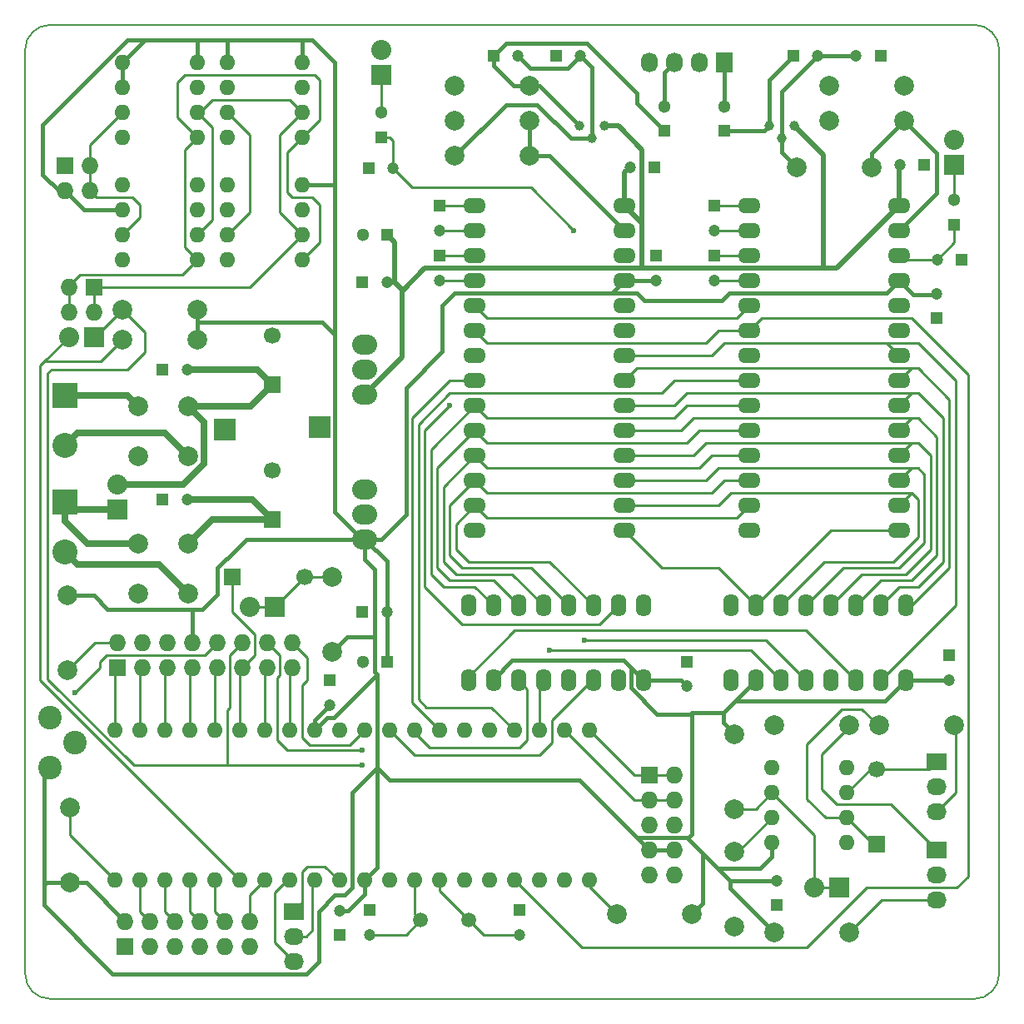
<source format=gbr>
G04 #@! TF.FileFunction,Copper,L1,Top,Signal*
%FSLAX46Y46*%
G04 Gerber Fmt 4.6, Leading zero omitted, Abs format (unit mm)*
G04 Created by KiCad (PCBNEW 4.0.2-4+6225~38~ubuntu14.04.1-stable) date mer. 25 mai 2016 20:53:34 CEST*
%MOMM*%
G01*
G04 APERTURE LIST*
%ADD10C,0.100000*%
%ADD11C,0.150000*%
%ADD12O,2.540000X2.032000*%
%ADD13O,2.300000X1.600000*%
%ADD14R,2.032000X2.032000*%
%ADD15O,2.032000X2.032000*%
%ADD16O,1.600000X1.600000*%
%ADD17C,1.700000*%
%ADD18R,1.700000X1.700000*%
%ADD19R,1.727200X1.727200*%
%ADD20O,1.727200X1.727200*%
%ADD21O,1.600000X2.300000*%
%ADD22R,1.300000X1.300000*%
%ADD23C,1.300000*%
%ADD24C,1.000760*%
%ADD25C,1.998980*%
%ADD26R,1.200000X1.200000*%
%ADD27C,1.200000*%
%ADD28R,2.032000X1.727200*%
%ADD29O,2.032000X1.727200*%
%ADD30C,2.400300*%
%ADD31C,1.501140*%
%ADD32C,1.699260*%
%ADD33R,1.699260X1.699260*%
%ADD34R,1.727200X2.032000*%
%ADD35O,1.727200X2.032000*%
%ADD36R,2.540000X2.540000*%
%ADD37C,2.540000*%
%ADD38R,2.235200X2.235200*%
%ADD39C,2.000000*%
%ADD40C,0.600000*%
%ADD41C,0.250000*%
%ADD42C,0.500000*%
%ADD43C,0.400000*%
%ADD44C,0.700000*%
G04 APERTURE END LIST*
D10*
D11*
X30480000Y-123825000D02*
G75*
G03X33020000Y-126365000I2540000J0D01*
G01*
X33020000Y-126365000D02*
X127000000Y-126365000D01*
X127000000Y-126365000D02*
G75*
G03X129540000Y-123825000I0J2540000D01*
G01*
X129540000Y-29845000D02*
G75*
G03X127000000Y-27305000I-2540000J0D01*
G01*
X33020000Y-27305000D02*
G75*
G03X30480000Y-29845000I0J-2540000D01*
G01*
X129540000Y-123825000D02*
X129540000Y-29845000D01*
X30480000Y-29845000D02*
X30480000Y-123825000D01*
X33020000Y-27305000D02*
X127000000Y-27305000D01*
D12*
X65024000Y-77089000D03*
X65024000Y-79629000D03*
X65024000Y-74549000D03*
D13*
X104140000Y-45720000D03*
X104140000Y-48260000D03*
X104140000Y-50800000D03*
X104140000Y-53340000D03*
X104140000Y-55880000D03*
X104140000Y-58420000D03*
X104140000Y-60960000D03*
X104140000Y-63500000D03*
X104140000Y-66040000D03*
X104140000Y-68580000D03*
X104140000Y-71120000D03*
X104140000Y-73660000D03*
X104140000Y-76200000D03*
X104140000Y-78740000D03*
X119380000Y-78740000D03*
X119380000Y-76200000D03*
X119380000Y-73660000D03*
X119380000Y-71120000D03*
X119380000Y-68580000D03*
X119380000Y-66040000D03*
X119380000Y-63500000D03*
X119380000Y-60960000D03*
X119380000Y-58420000D03*
X119380000Y-55880000D03*
X119380000Y-53340000D03*
X119380000Y-50800000D03*
X119380000Y-48260000D03*
X119380000Y-45720000D03*
D14*
X39878000Y-76581000D03*
D15*
X39878000Y-74041000D03*
D16*
X51054000Y-43561000D03*
X51054000Y-46101000D03*
X51054000Y-48641000D03*
X51054000Y-51181000D03*
X58674000Y-51181000D03*
X58674000Y-48641000D03*
X58674000Y-46101000D03*
X58674000Y-43561000D03*
D17*
X55626000Y-72597000D03*
D18*
X55626000Y-77597000D03*
D17*
X55626000Y-58881000D03*
D18*
X55626000Y-63881000D03*
D14*
X66675000Y-32385000D03*
D15*
X66675000Y-29845000D03*
D19*
X34544000Y-41656000D03*
D20*
X37084000Y-41656000D03*
X34544000Y-44196000D03*
X37084000Y-44196000D03*
D21*
X120015000Y-86360000D03*
X117475000Y-86360000D03*
X114935000Y-86360000D03*
X112395000Y-86360000D03*
X109855000Y-86360000D03*
X107315000Y-86360000D03*
X104775000Y-86360000D03*
X102235000Y-86360000D03*
X102235000Y-93980000D03*
X104775000Y-93980000D03*
X107315000Y-93980000D03*
X109855000Y-93980000D03*
X112395000Y-93980000D03*
X114935000Y-93980000D03*
X117475000Y-93980000D03*
X120015000Y-93980000D03*
D13*
X76200000Y-45720000D03*
X76200000Y-48260000D03*
X76200000Y-50800000D03*
X76200000Y-53340000D03*
X76200000Y-55880000D03*
X76200000Y-58420000D03*
X76200000Y-60960000D03*
X76200000Y-63500000D03*
X76200000Y-66040000D03*
X76200000Y-68580000D03*
X76200000Y-71120000D03*
X76200000Y-73660000D03*
X76200000Y-76200000D03*
X76200000Y-78740000D03*
X91440000Y-78740000D03*
X91440000Y-76200000D03*
X91440000Y-73660000D03*
X91440000Y-71120000D03*
X91440000Y-68580000D03*
X91440000Y-66040000D03*
X91440000Y-63500000D03*
X91440000Y-60960000D03*
X91440000Y-58420000D03*
X91440000Y-55880000D03*
X91440000Y-53340000D03*
X91440000Y-50800000D03*
X91440000Y-48260000D03*
X91440000Y-45720000D03*
D16*
X39624000Y-114300000D03*
X42164000Y-114300000D03*
X44704000Y-114300000D03*
X47244000Y-114300000D03*
X49784000Y-114300000D03*
X52324000Y-114300000D03*
X54864000Y-114300000D03*
X57404000Y-114300000D03*
X59944000Y-114300000D03*
X62484000Y-114300000D03*
X65024000Y-114300000D03*
X67564000Y-114300000D03*
X70104000Y-114300000D03*
X72644000Y-114300000D03*
X75184000Y-114300000D03*
X77724000Y-114300000D03*
X80264000Y-114300000D03*
X82804000Y-114300000D03*
X85344000Y-114300000D03*
X87884000Y-114300000D03*
X87884000Y-99060000D03*
X85344000Y-99060000D03*
X82804000Y-99060000D03*
X80264000Y-99060000D03*
X77724000Y-99060000D03*
X75184000Y-99060000D03*
X72644000Y-99060000D03*
X70104000Y-99060000D03*
X67564000Y-99060000D03*
X65024000Y-99060000D03*
X62484000Y-99060000D03*
X59944000Y-99060000D03*
X57404000Y-99060000D03*
X54864000Y-99060000D03*
X52324000Y-99060000D03*
X49784000Y-99060000D03*
X47244000Y-99060000D03*
X44704000Y-99060000D03*
X42164000Y-99060000D03*
X39624000Y-99060000D03*
D22*
X101600000Y-38100000D03*
D23*
X101600000Y-35600000D03*
D24*
X107442000Y-38862000D03*
X106172000Y-37592000D03*
X108712000Y-37592000D03*
D25*
X108966000Y-41783000D03*
X116586000Y-41783000D03*
D24*
X88138000Y-38862000D03*
X86868000Y-37592000D03*
X89408000Y-37592000D03*
D19*
X39878000Y-92710000D03*
D20*
X39878000Y-90170000D03*
X42418000Y-92710000D03*
X42418000Y-90170000D03*
X44958000Y-92710000D03*
X44958000Y-90170000D03*
X47498000Y-92710000D03*
X47498000Y-90170000D03*
X50038000Y-92710000D03*
X50038000Y-90170000D03*
X52578000Y-92710000D03*
X52578000Y-90170000D03*
X55118000Y-92710000D03*
X55118000Y-90170000D03*
X57658000Y-92710000D03*
X57658000Y-90170000D03*
D26*
X65532000Y-117348000D03*
D27*
X65532000Y-119848000D03*
D26*
X80772000Y-117348000D03*
D27*
X80772000Y-119848000D03*
D26*
X100584000Y-45720000D03*
D27*
X100584000Y-48220000D03*
D26*
X100584000Y-50800000D03*
D27*
X100584000Y-53300000D03*
D26*
X72644000Y-45720000D03*
D27*
X72644000Y-48220000D03*
D26*
X72644000Y-50800000D03*
D27*
X72644000Y-53300000D03*
D26*
X124460000Y-91440000D03*
D27*
X124460000Y-93940000D03*
D26*
X62484000Y-119888000D03*
D27*
X62484000Y-117388000D03*
D26*
X106934000Y-116840000D03*
D27*
X106934000Y-114340000D03*
D26*
X123190000Y-57150000D03*
D27*
X123190000Y-54650000D03*
D26*
X97790000Y-92075000D03*
D27*
X97790000Y-94575000D03*
D26*
X117475000Y-30480000D03*
D27*
X114975000Y-30480000D03*
D26*
X84455000Y-30480000D03*
D27*
X86955000Y-30480000D03*
D26*
X108585000Y-30480000D03*
D27*
X111085000Y-30480000D03*
D26*
X78105000Y-30480000D03*
D27*
X80605000Y-30480000D03*
D16*
X114046000Y-110490000D03*
X114046000Y-107950000D03*
X114046000Y-105410000D03*
X114046000Y-102870000D03*
X106426000Y-102870000D03*
X106426000Y-105410000D03*
X106426000Y-107950000D03*
X106426000Y-110490000D03*
D19*
X37465000Y-53975000D03*
D20*
X37465000Y-56515000D03*
X34925000Y-53975000D03*
X34925000Y-56515000D03*
D14*
X37465000Y-59055000D03*
D15*
X34925000Y-59055000D03*
D19*
X93980000Y-103632000D03*
D20*
X96520000Y-103632000D03*
X93980000Y-106172000D03*
X96520000Y-106172000D03*
X93980000Y-108712000D03*
X96520000Y-108712000D03*
X93980000Y-111252000D03*
X96520000Y-111252000D03*
X93980000Y-113792000D03*
X96520000Y-113792000D03*
D28*
X123190000Y-102235000D03*
D29*
X123190000Y-104775000D03*
X123190000Y-107315000D03*
D28*
X123190000Y-111252000D03*
D29*
X123190000Y-113792000D03*
X123190000Y-116332000D03*
D14*
X124968000Y-41529000D03*
D15*
X124968000Y-38989000D03*
D14*
X113284000Y-115062000D03*
D15*
X110744000Y-115062000D03*
D14*
X55880000Y-86487000D03*
D15*
X53340000Y-86487000D03*
D25*
X40386000Y-59309000D03*
X48006000Y-59309000D03*
X40386000Y-56261000D03*
X48006000Y-56261000D03*
X90678000Y-117729000D03*
X98298000Y-117729000D03*
X35052000Y-106934000D03*
X35052000Y-114554000D03*
X119888000Y-37084000D03*
X112268000Y-37084000D03*
X81788000Y-37084000D03*
X74168000Y-37084000D03*
X74168000Y-40640000D03*
X81788000Y-40640000D03*
X112268000Y-33528000D03*
X119888000Y-33528000D03*
X81788000Y-33528000D03*
X74168000Y-33528000D03*
X34798000Y-85344000D03*
X34798000Y-92964000D03*
X102616000Y-107061000D03*
X102616000Y-99441000D03*
X102616000Y-111379000D03*
X102616000Y-118999000D03*
X114300000Y-98552000D03*
X106680000Y-98552000D03*
X114300000Y-119634000D03*
X106680000Y-119634000D03*
X124968000Y-98552000D03*
X117348000Y-98552000D03*
X61722000Y-91059000D03*
X61722000Y-83439000D03*
D30*
X33020000Y-97790000D03*
X35560000Y-100330000D03*
X33020000Y-102870000D03*
D21*
X93345000Y-86360000D03*
X90805000Y-86360000D03*
X88265000Y-86360000D03*
X85725000Y-86360000D03*
X83185000Y-86360000D03*
X80645000Y-86360000D03*
X78105000Y-86360000D03*
X75565000Y-86360000D03*
X75565000Y-93980000D03*
X78105000Y-93980000D03*
X80645000Y-93980000D03*
X83185000Y-93980000D03*
X85725000Y-93980000D03*
X88265000Y-93980000D03*
X90805000Y-93980000D03*
X93345000Y-93980000D03*
D16*
X51054000Y-31115000D03*
X51054000Y-33655000D03*
X51054000Y-36195000D03*
X51054000Y-38735000D03*
X58674000Y-38735000D03*
X58674000Y-36195000D03*
X58674000Y-33655000D03*
X58674000Y-31115000D03*
X40386000Y-43561000D03*
X40386000Y-46101000D03*
X40386000Y-48641000D03*
X40386000Y-51181000D03*
X48006000Y-51181000D03*
X48006000Y-48641000D03*
X48006000Y-46101000D03*
X48006000Y-43561000D03*
X40386000Y-31115000D03*
X40386000Y-33655000D03*
X40386000Y-36195000D03*
X40386000Y-38735000D03*
X48006000Y-38735000D03*
X48006000Y-36195000D03*
X48006000Y-33655000D03*
X48006000Y-31115000D03*
D31*
X75592940Y-118364000D03*
X70711060Y-118364000D03*
D22*
X95504000Y-38100000D03*
D23*
X95504000Y-35600000D03*
D26*
X94615000Y-50800000D03*
D27*
X94615000Y-53300000D03*
D26*
X61468000Y-93980000D03*
D27*
X61468000Y-96480000D03*
D32*
X117094000Y-102997000D03*
D33*
X117094000Y-110617000D03*
D32*
X58928000Y-83439000D03*
D33*
X51562000Y-83439000D03*
D34*
X101600000Y-31115000D03*
D35*
X99060000Y-31115000D03*
X96520000Y-31115000D03*
X93980000Y-31115000D03*
D26*
X125730000Y-51181000D03*
D27*
X123230000Y-51181000D03*
D26*
X65405000Y-41910000D03*
D27*
X67905000Y-41910000D03*
D22*
X124968000Y-47625000D03*
D23*
X124968000Y-45125000D03*
D22*
X66675000Y-38735000D03*
D23*
X66675000Y-36235000D03*
D26*
X44450000Y-75565000D03*
D27*
X46950000Y-75565000D03*
D26*
X64770000Y-86995000D03*
D27*
X67270000Y-86995000D03*
D26*
X44450000Y-62357000D03*
D27*
X46950000Y-62357000D03*
D26*
X64770000Y-53467000D03*
D27*
X67270000Y-53467000D03*
D22*
X67310000Y-92075000D03*
D23*
X64810000Y-92075000D03*
D22*
X67310000Y-48641000D03*
D23*
X64810000Y-48641000D03*
D12*
X65024000Y-62357000D03*
X65024000Y-64897000D03*
X65024000Y-59817000D03*
D36*
X34544000Y-65024000D03*
D37*
X34544000Y-70104000D03*
D36*
X34544000Y-75819000D03*
D37*
X34544000Y-80899000D03*
D19*
X40640000Y-121031000D03*
D20*
X40640000Y-118491000D03*
X43180000Y-121031000D03*
X43180000Y-118491000D03*
X45720000Y-121031000D03*
X45720000Y-118491000D03*
X48260000Y-121031000D03*
X48260000Y-118491000D03*
X50800000Y-121031000D03*
X50800000Y-118491000D03*
X53340000Y-121031000D03*
X53340000Y-118491000D03*
D28*
X57785000Y-117475000D03*
D29*
X57785000Y-120015000D03*
X57785000Y-122555000D03*
D26*
X94488000Y-41783000D03*
D27*
X91988000Y-41783000D03*
D26*
X121920000Y-41529000D03*
D27*
X119420000Y-41529000D03*
D38*
X60452000Y-68199000D03*
X50800000Y-68453000D03*
D39*
X41950000Y-85130000D03*
X47030000Y-85130000D03*
X47030000Y-80050000D03*
X41950000Y-80050000D03*
X41950000Y-71160000D03*
X47030000Y-71160000D03*
X47030000Y-66080000D03*
X41950000Y-66080000D03*
D40*
X35560000Y-95250000D03*
X64770000Y-102616000D03*
X83820000Y-90932000D03*
X64770000Y-101092000D03*
X86296500Y-48196500D03*
X73660000Y-66040000D03*
X87376000Y-89916000D03*
D41*
X39624000Y-114300000D02*
X35052000Y-109728000D01*
X35052000Y-109728000D02*
X35052000Y-106934000D01*
X39624000Y-99060000D02*
X39624000Y-92964000D01*
X39624000Y-92964000D02*
X39878000Y-92710000D01*
X34798000Y-92964000D02*
X37592000Y-90170000D01*
X37592000Y-90170000D02*
X39878000Y-90170000D01*
X42164000Y-99060000D02*
X42164000Y-92964000D01*
X42164000Y-92964000D02*
X42418000Y-92710000D01*
X44704000Y-99060000D02*
X44704000Y-92964000D01*
X44704000Y-92964000D02*
X44958000Y-92710000D01*
X47244000Y-99060000D02*
X47244000Y-92964000D01*
X47244000Y-92964000D02*
X47498000Y-92710000D01*
X53340000Y-86487000D02*
X55880000Y-86487000D01*
X55880000Y-86487000D02*
X58928000Y-83439000D01*
X58928000Y-83439000D02*
X61722000Y-83439000D01*
X49784000Y-99060000D02*
X49784000Y-92964000D01*
X49784000Y-92964000D02*
X50038000Y-92710000D01*
X48768000Y-91440000D02*
X50038000Y-90170000D01*
X38735000Y-91440000D02*
X48768000Y-91440000D01*
X38100000Y-92075000D02*
X38735000Y-91440000D01*
X38100000Y-92710000D02*
X38100000Y-92075000D01*
X35560000Y-95250000D02*
X38100000Y-92710000D01*
X53848000Y-89281000D02*
X51562000Y-86995000D01*
X53848000Y-91440000D02*
X53848000Y-89281000D01*
X52578000Y-92710000D02*
X53848000Y-91440000D01*
X51562000Y-86995000D02*
X51562000Y-83439000D01*
X52324000Y-99060000D02*
X52324000Y-99314000D01*
X52578000Y-92710000D02*
X52578000Y-92456000D01*
X52324000Y-99060000D02*
X52324000Y-92964000D01*
X52324000Y-92964000D02*
X52578000Y-92710000D01*
X32766000Y-62738000D02*
X32766000Y-93853000D01*
X33147000Y-62357000D02*
X32766000Y-62738000D01*
X33147000Y-62357000D02*
X40894000Y-62357000D01*
X40894000Y-62357000D02*
X42672000Y-60579000D01*
X42672000Y-60579000D02*
X42672000Y-58547000D01*
X40386000Y-56261000D02*
X42672000Y-58547000D01*
X41529000Y-102616000D02*
X51054000Y-102616000D01*
X32766000Y-93853000D02*
X41529000Y-102616000D01*
X51054000Y-102616000D02*
X51054000Y-97028000D01*
X51308000Y-91440000D02*
X51308000Y-96774000D01*
X51308000Y-96774000D02*
X51054000Y-97028000D01*
X51308000Y-91440000D02*
X52578000Y-90170000D01*
X37465000Y-59055000D02*
X37592000Y-59055000D01*
X37592000Y-59055000D02*
X40386000Y-56261000D01*
X37465000Y-59055000D02*
X37338000Y-59055000D01*
X64770000Y-102616000D02*
X51054000Y-102616000D01*
X104267000Y-90932000D02*
X107315000Y-93980000D01*
X83820000Y-90932000D02*
X104267000Y-90932000D01*
X107188000Y-93853000D02*
X107315000Y-93980000D01*
X70104000Y-99060000D02*
X70104000Y-99314000D01*
X70104000Y-99314000D02*
X71628000Y-100838000D01*
X81534000Y-94869000D02*
X80645000Y-93980000D01*
X81534000Y-100076000D02*
X81534000Y-94869000D01*
X80772000Y-100838000D02*
X81534000Y-100076000D01*
X71628000Y-100838000D02*
X80772000Y-100838000D01*
X54864000Y-99060000D02*
X54864000Y-92964000D01*
X54864000Y-92964000D02*
X55118000Y-92710000D01*
X56134000Y-100076000D02*
X57150000Y-101092000D01*
X56134000Y-100076000D02*
X56134000Y-93726000D01*
X56134000Y-93726000D02*
X56388000Y-93472000D01*
X56388000Y-93472000D02*
X56388000Y-91440000D01*
X55118000Y-90170000D02*
X56388000Y-91440000D01*
X57150000Y-101092000D02*
X64770000Y-101092000D01*
X88265000Y-93980000D02*
X88138000Y-93980000D01*
X88138000Y-93980000D02*
X84074000Y-98044000D01*
X84074000Y-98044000D02*
X84074000Y-100330000D01*
X84074000Y-100330000D02*
X82804000Y-101600000D01*
X82804000Y-101600000D02*
X70104000Y-101600000D01*
X70104000Y-101600000D02*
X67564000Y-99060000D01*
X57404000Y-99060000D02*
X57404000Y-92964000D01*
X57404000Y-92964000D02*
X57658000Y-92710000D01*
X65024000Y-99060000D02*
X63500000Y-100584000D01*
X59182000Y-91694000D02*
X57658000Y-90170000D01*
X59182000Y-93980000D02*
X59182000Y-91694000D01*
X58674000Y-94488000D02*
X59182000Y-93980000D01*
X58674000Y-99822000D02*
X58674000Y-94488000D01*
X59436000Y-100584000D02*
X58674000Y-99822000D01*
X63500000Y-100584000D02*
X59436000Y-100584000D01*
D42*
X65024000Y-64897000D02*
X68834000Y-61087000D01*
X68834000Y-59055000D02*
X68834000Y-54356000D01*
X68834000Y-54356000D02*
X68897500Y-54292500D01*
X68834000Y-61087000D02*
X68834000Y-59055000D01*
X68072000Y-53467000D02*
X68072000Y-49403000D01*
X68072000Y-49403000D02*
X67310000Y-48641000D01*
X68897500Y-54292500D02*
X68072000Y-53467000D01*
X68072000Y-53467000D02*
X67270000Y-53467000D01*
X71120000Y-52070000D02*
X93218000Y-52070000D01*
X68897500Y-54292500D02*
X71120000Y-52070000D01*
X111633000Y-52070000D02*
X111633000Y-40513000D01*
X111633000Y-40513000D02*
X108712000Y-37592000D01*
X119380000Y-45720000D02*
X119380000Y-41569000D01*
X119380000Y-41569000D02*
X119420000Y-41529000D01*
X91440000Y-45720000D02*
X91440000Y-42331000D01*
X91440000Y-42331000D02*
X91988000Y-41783000D01*
X93218000Y-47498000D02*
X93218000Y-40005000D01*
X90805000Y-37592000D02*
X89408000Y-37592000D01*
X93218000Y-40005000D02*
X90805000Y-37592000D01*
X93218000Y-52070000D02*
X93218000Y-47498000D01*
X93218000Y-47498000D02*
X91440000Y-45720000D01*
X93218000Y-52070000D02*
X111633000Y-52070000D01*
X111633000Y-52070000D02*
X113030000Y-52070000D01*
X113030000Y-52070000D02*
X119380000Y-45720000D01*
D43*
X119380000Y-45720000D02*
X119420000Y-45680000D01*
D41*
X126365000Y-113919000D02*
X126365000Y-62865000D01*
X126365000Y-62865000D02*
X120650000Y-57150000D01*
X105410000Y-57150000D02*
X104140000Y-58420000D01*
X105410000Y-57150000D02*
X120650000Y-57150000D01*
X126365000Y-113919000D02*
X125222000Y-115062000D01*
X125222000Y-115062000D02*
X116078000Y-115062000D01*
X116078000Y-115062000D02*
X109982000Y-121158000D01*
X109982000Y-121158000D02*
X87122000Y-121158000D01*
X87122000Y-121158000D02*
X80264000Y-114300000D01*
X104140000Y-58420000D02*
X100965000Y-58420000D01*
X77470000Y-59690000D02*
X76200000Y-58420000D01*
X99695000Y-59690000D02*
X100965000Y-58420000D01*
X77470000Y-59690000D02*
X99695000Y-59690000D01*
X70485000Y-67945000D02*
X70485000Y-95885000D01*
X77914500Y-96710500D02*
X80264000Y-99060000D01*
X71310500Y-96710500D02*
X77914500Y-96710500D01*
X70485000Y-95885000D02*
X71310500Y-96710500D01*
X96520000Y-63500000D02*
X104140000Y-63500000D01*
X95250000Y-64770000D02*
X96520000Y-63500000D01*
X73660000Y-64770000D02*
X95250000Y-64770000D01*
X70485000Y-67945000D02*
X73660000Y-64770000D01*
X69850000Y-67310000D02*
X69850000Y-96266000D01*
X76200000Y-63500000D02*
X73660000Y-63500000D01*
X69850000Y-67310000D02*
X73660000Y-63500000D01*
X69850000Y-96266000D02*
X72644000Y-99060000D01*
X91440000Y-78740000D02*
X95250000Y-82550000D01*
X95250000Y-82550000D02*
X100965000Y-82550000D01*
X100965000Y-82550000D02*
X104775000Y-86360000D01*
X104775000Y-86360000D02*
X112395000Y-78740000D01*
X112395000Y-78740000D02*
X119380000Y-78740000D01*
X118745000Y-81915000D02*
X121285000Y-79375000D01*
X107315000Y-86360000D02*
X111760000Y-81915000D01*
X111760000Y-81915000D02*
X118745000Y-81915000D01*
X121285000Y-75565000D02*
X120650000Y-74930000D01*
X121285000Y-79375000D02*
X121285000Y-75565000D01*
X102235000Y-74930000D02*
X100965000Y-76200000D01*
X120650000Y-74930000D02*
X102235000Y-74930000D01*
X100965000Y-76200000D02*
X91440000Y-76200000D01*
X119380000Y-76200000D02*
X120650000Y-74930000D01*
X121920000Y-80010000D02*
X121920000Y-73025000D01*
X121920000Y-73025000D02*
X121285000Y-72390000D01*
X121285000Y-72390000D02*
X120650000Y-72390000D01*
X109855000Y-86360000D02*
X113665000Y-82550000D01*
X119380000Y-82550000D02*
X121920000Y-80010000D01*
X113665000Y-82550000D02*
X119380000Y-82550000D01*
X100965000Y-72390000D02*
X99695000Y-73660000D01*
X120650000Y-72390000D02*
X100965000Y-72390000D01*
X99695000Y-73660000D02*
X91440000Y-73660000D01*
X119380000Y-73660000D02*
X120650000Y-72390000D01*
X112395000Y-86360000D02*
X115570000Y-83185000D01*
X115570000Y-83185000D02*
X120015000Y-83185000D01*
X120015000Y-83185000D02*
X122555000Y-80645000D01*
X122555000Y-80645000D02*
X122555000Y-71120000D01*
X122555000Y-71120000D02*
X121285000Y-69850000D01*
X121285000Y-69850000D02*
X120650000Y-69850000D01*
X91440000Y-71120000D02*
X98425000Y-71120000D01*
X99695000Y-69850000D02*
X120650000Y-69850000D01*
X98425000Y-71120000D02*
X99695000Y-69850000D01*
X119380000Y-71120000D02*
X120650000Y-69850000D01*
X123190000Y-81280000D02*
X123190000Y-69215000D01*
X123190000Y-69215000D02*
X121285000Y-67310000D01*
X121285000Y-67310000D02*
X120650000Y-67310000D01*
X114935000Y-86360000D02*
X117475000Y-83820000D01*
X120650000Y-83820000D02*
X123190000Y-81280000D01*
X117475000Y-83820000D02*
X120650000Y-83820000D01*
X91440000Y-68580000D02*
X97155000Y-68580000D01*
X98425000Y-67310000D02*
X120650000Y-67310000D01*
X97155000Y-68580000D02*
X98425000Y-67310000D01*
X119380000Y-68580000D02*
X120650000Y-67310000D01*
X117475000Y-86360000D02*
X119380000Y-84455000D01*
X119380000Y-84455000D02*
X121285000Y-84455000D01*
X121285000Y-84455000D02*
X123825000Y-81915000D01*
X123825000Y-81915000D02*
X123825000Y-67310000D01*
X123825000Y-67310000D02*
X121285000Y-64770000D01*
X121285000Y-64770000D02*
X120650000Y-64770000D01*
X97790000Y-64770000D02*
X120650000Y-64770000D01*
X96520000Y-66040000D02*
X97790000Y-64770000D01*
X91440000Y-66040000D02*
X96520000Y-66040000D01*
X119380000Y-66040000D02*
X120650000Y-64770000D01*
X120015000Y-86360000D02*
X120650000Y-86360000D01*
X120650000Y-86360000D02*
X124460000Y-82550000D01*
X124460000Y-82550000D02*
X124460000Y-65405000D01*
X124460000Y-65405000D02*
X121285000Y-62230000D01*
X119380000Y-63500000D02*
X120650000Y-62230000D01*
X120650000Y-62230000D02*
X121285000Y-62230000D01*
X92710000Y-62230000D02*
X91440000Y-63500000D01*
X121285000Y-62230000D02*
X92710000Y-62230000D01*
X118110000Y-59690000D02*
X121285000Y-59690000D01*
X121285000Y-59690000D02*
X125095000Y-63500000D01*
X125095000Y-86360000D02*
X117475000Y-93980000D01*
X125095000Y-63500000D02*
X125095000Y-86360000D01*
X91440000Y-60960000D02*
X100330000Y-60960000D01*
X101600000Y-59690000D02*
X118110000Y-59690000D01*
X100330000Y-60960000D02*
X101600000Y-59690000D01*
X118110000Y-59690000D02*
X119380000Y-60960000D01*
X48006000Y-38735000D02*
X45974000Y-36703000D01*
X60452000Y-36957000D02*
X58674000Y-38735000D01*
X60452000Y-32893000D02*
X60452000Y-36957000D01*
X59944000Y-32385000D02*
X60452000Y-32893000D01*
X46736000Y-32385000D02*
X59944000Y-32385000D01*
X45974000Y-33147000D02*
X46736000Y-32385000D01*
X45974000Y-36703000D02*
X45974000Y-33147000D01*
X34925000Y-53975000D02*
X34925000Y-53848000D01*
X34925000Y-53848000D02*
X36068000Y-52705000D01*
X46482000Y-52705000D02*
X48006000Y-51181000D01*
X36068000Y-52705000D02*
X46482000Y-52705000D01*
X58674000Y-51181000D02*
X60452000Y-49403000D01*
X60452000Y-49403000D02*
X60452000Y-45593000D01*
X60452000Y-45593000D02*
X59690000Y-44831000D01*
X59690000Y-44831000D02*
X57658000Y-44831000D01*
X57658000Y-44831000D02*
X57150000Y-44323000D01*
X57150000Y-44323000D02*
X57150000Y-40259000D01*
X57150000Y-40259000D02*
X58674000Y-38735000D01*
X48006000Y-51181000D02*
X46736000Y-49911000D01*
X46736000Y-40005000D02*
X48006000Y-38735000D01*
X46736000Y-49911000D02*
X46736000Y-40005000D01*
X34925000Y-56515000D02*
X34925000Y-53975000D01*
X48006000Y-36195000D02*
X48260000Y-36195000D01*
X48260000Y-36195000D02*
X49530000Y-34925000D01*
X57404000Y-34925000D02*
X58674000Y-36195000D01*
X49530000Y-34925000D02*
X57404000Y-34925000D01*
X37465000Y-53975000D02*
X53340000Y-53975000D01*
X53340000Y-53975000D02*
X58674000Y-48641000D01*
X58674000Y-48641000D02*
X56388000Y-46355000D01*
X56388000Y-46355000D02*
X56388000Y-38481000D01*
X56388000Y-38481000D02*
X58674000Y-36195000D01*
X48006000Y-48641000D02*
X49530000Y-47117000D01*
X49530000Y-37719000D02*
X48006000Y-36195000D01*
X49530000Y-47117000D02*
X49530000Y-37719000D01*
X37465000Y-53975000D02*
X37719000Y-54229000D01*
X37465000Y-53975000D02*
X38227000Y-53975000D01*
X37465000Y-56515000D02*
X37465000Y-53975000D01*
D43*
X101473000Y-97282000D02*
X101473000Y-98298000D01*
X101473000Y-98298000D02*
X102616000Y-99441000D01*
X102148000Y-114340000D02*
X102148000Y-115102000D01*
X102148000Y-115102000D02*
X106680000Y-119634000D01*
X99377500Y-111569500D02*
X99377500Y-116649500D01*
X99377500Y-116649500D02*
X98298000Y-117729000D01*
X100901500Y-113093500D02*
X105219500Y-113093500D01*
X106426000Y-111887000D02*
X106426000Y-110490000D01*
X105219500Y-113093500D02*
X106426000Y-111887000D01*
X97790000Y-109982000D02*
X99377500Y-111569500D01*
X99377500Y-111569500D02*
X100901500Y-113093500D01*
X100901500Y-113093500D02*
X102148000Y-114340000D01*
X102148000Y-114340000D02*
X106934000Y-114340000D01*
X93980000Y-111252000D02*
X96520000Y-111252000D01*
X64770000Y-79629000D02*
X61976000Y-76835000D01*
X61976000Y-76835000D02*
X61976000Y-58801000D01*
X64770000Y-79629000D02*
X65024000Y-79629000D01*
X51936738Y-80645000D02*
X52952738Y-79629000D01*
X48514000Y-86741000D02*
X50038000Y-85217000D01*
X47498000Y-86741000D02*
X48514000Y-86741000D01*
X51936738Y-80645000D02*
X50038000Y-82543738D01*
X50038000Y-82543738D02*
X50038000Y-85217000D01*
X52952738Y-79629000D02*
X65024000Y-79629000D01*
X65024000Y-79629000D02*
X67270000Y-81875000D01*
X67270000Y-81875000D02*
X67270000Y-86995000D01*
X66040000Y-82677000D02*
X65024000Y-81661000D01*
X65024000Y-81661000D02*
X65024000Y-79629000D01*
X65024000Y-79629000D02*
X66694000Y-79629000D01*
X66694000Y-79629000D02*
X69215000Y-77108000D01*
X69215000Y-77108000D02*
X69215000Y-77089000D01*
X69215000Y-70993000D02*
X69215000Y-77089000D01*
X61214000Y-97790000D02*
X61849000Y-97790000D01*
X61849000Y-97790000D02*
X66294000Y-93345000D01*
X59944000Y-99060000D02*
X61214000Y-97790000D01*
X61722000Y-91059000D02*
X63246000Y-89535000D01*
X63246000Y-89535000D02*
X66040000Y-89535000D01*
X61722000Y-91059000D02*
X61849000Y-91059000D01*
X72898000Y-60515500D02*
X69215000Y-64198500D01*
X69215000Y-71120000D02*
X69215000Y-70993000D01*
X69215000Y-70993000D02*
X69215000Y-64198500D01*
X74168000Y-54610000D02*
X90170000Y-54610000D01*
X72898000Y-55880000D02*
X74168000Y-54610000D01*
X72898000Y-60515500D02*
X72898000Y-55880000D01*
X67270000Y-86995000D02*
X67270000Y-92035000D01*
X67270000Y-92035000D02*
X67310000Y-92075000D01*
X66040000Y-93091000D02*
X66040000Y-89535000D01*
X66294000Y-93345000D02*
X66040000Y-93091000D01*
X66294000Y-102870000D02*
X66294000Y-93345000D01*
X66040000Y-89535000D02*
X66040000Y-82677000D01*
X66040000Y-82677000D02*
X66040000Y-82696000D01*
X90170000Y-54610000D02*
X92710000Y-54610000D01*
X118110000Y-54610000D02*
X102108000Y-54610000D01*
X101346000Y-55372000D02*
X102108000Y-54610000D01*
X93472000Y-55372000D02*
X101346000Y-55372000D01*
X118110000Y-54610000D02*
X119380000Y-53340000D01*
X92710000Y-54610000D02*
X93472000Y-55372000D01*
X35052000Y-114554000D02*
X32385000Y-114554000D01*
X32512000Y-114681000D02*
X32385000Y-114681000D01*
X32385000Y-114554000D02*
X32512000Y-114681000D01*
X35052000Y-114554000D02*
X36703000Y-114554000D01*
X36703000Y-114554000D02*
X40640000Y-118491000D01*
X32385000Y-116840000D02*
X39370000Y-123825000D01*
X32385000Y-114681000D02*
X32385000Y-116840000D01*
X39370000Y-123825000D02*
X59055000Y-123825000D01*
X59055000Y-123825000D02*
X60325000Y-122555000D01*
X60325000Y-122555000D02*
X60325000Y-117475000D01*
X60325000Y-117475000D02*
X61976000Y-115824000D01*
X61976000Y-115824000D02*
X62992000Y-115824000D01*
X63754000Y-115062000D02*
X63754000Y-105410000D01*
X62992000Y-115824000D02*
X63754000Y-115062000D01*
X63754000Y-105410000D02*
X66294000Y-102870000D01*
X67564000Y-104140000D02*
X66294000Y-102870000D01*
X92710000Y-109982000D02*
X86868000Y-104140000D01*
X86868000Y-104140000D02*
X67564000Y-104140000D01*
X66294000Y-102870000D02*
X66294000Y-113030000D01*
X66294000Y-113030000D02*
X65024000Y-114300000D01*
X32385000Y-103505000D02*
X32385000Y-114681000D01*
X120777000Y-54737000D02*
X123230000Y-54737000D01*
X119380000Y-53340000D02*
X120777000Y-54737000D01*
X32385000Y-103505000D02*
X33020000Y-102870000D01*
X92710000Y-109982000D02*
X97790000Y-109982000D01*
X97790000Y-109982000D02*
X97917000Y-109982000D01*
X97917000Y-109982000D02*
X98298000Y-109601000D01*
X62484000Y-117388000D02*
X63333000Y-117388000D01*
X63333000Y-117388000D02*
X65024000Y-115697000D01*
X65024000Y-115697000D02*
X65024000Y-114300000D01*
X47498000Y-90170000D02*
X47498000Y-86741000D01*
X34798000Y-85344000D02*
X37465000Y-85344000D01*
X38862000Y-86741000D02*
X47498000Y-86741000D01*
X37465000Y-85344000D02*
X38862000Y-86741000D01*
X40386000Y-33655000D02*
X40386000Y-31115000D01*
X34544000Y-44196000D02*
X36449000Y-46101000D01*
X36449000Y-46101000D02*
X40386000Y-46101000D01*
X58674000Y-43561000D02*
X61976000Y-43561000D01*
X58674000Y-31115000D02*
X58674000Y-28829000D01*
X51054000Y-31115000D02*
X51054000Y-28829000D01*
X48006000Y-31115000D02*
X48006000Y-28829000D01*
X40386000Y-31115000D02*
X42672000Y-28829000D01*
X48006000Y-59309000D02*
X48006000Y-57785000D01*
X48006000Y-57785000D02*
X48006000Y-56261000D01*
X32258000Y-42545000D02*
X32258000Y-37465000D01*
X32258000Y-37465000D02*
X40894000Y-28829000D01*
X40894000Y-28829000D02*
X42672000Y-28829000D01*
X42672000Y-28829000D02*
X48006000Y-28829000D01*
X48006000Y-28829000D02*
X51054000Y-28829000D01*
X51054000Y-28829000D02*
X58674000Y-28829000D01*
X58674000Y-28829000D02*
X59690000Y-28829000D01*
X32258000Y-42545000D02*
X33909000Y-44196000D01*
X34544000Y-44196000D02*
X33909000Y-44196000D01*
X90170000Y-54610000D02*
X91440000Y-53340000D01*
X98298000Y-97409000D02*
X98298000Y-109601000D01*
X92075000Y-92710000D02*
X92075000Y-94742000D01*
X94742000Y-97409000D02*
X98298000Y-97409000D01*
X92075000Y-94742000D02*
X94742000Y-97409000D01*
X93345000Y-93980000D02*
X97195000Y-93980000D01*
X97195000Y-93980000D02*
X97790000Y-94575000D01*
X61468000Y-96480000D02*
X59944000Y-98004000D01*
X59944000Y-98004000D02*
X59944000Y-99060000D01*
X93980000Y-111252000D02*
X92710000Y-109982000D01*
X98298000Y-97409000D02*
X98298000Y-97282000D01*
X98298000Y-97282000D02*
X101473000Y-97282000D01*
X120015000Y-93980000D02*
X120055000Y-93940000D01*
X120055000Y-93940000D02*
X124460000Y-93940000D01*
X102679500Y-96075500D02*
X117919500Y-96075500D01*
X117919500Y-96075500D02*
X120015000Y-93980000D01*
X78105000Y-93980000D02*
X78105000Y-93853000D01*
X78105000Y-93853000D02*
X80010000Y-91948000D01*
X80010000Y-91948000D02*
X91313000Y-91948000D01*
X91313000Y-91948000D02*
X92075000Y-92710000D01*
X92075000Y-92710000D02*
X93345000Y-93980000D01*
X101473000Y-97282000D02*
X102679500Y-96075500D01*
X102679500Y-96075500D02*
X104775000Y-93980000D01*
X91440000Y-53340000D02*
X94274000Y-53340000D01*
X119380000Y-53340000D02*
X119634000Y-53594000D01*
X61976000Y-58801000D02*
X61976000Y-43561000D01*
X61976000Y-58801000D02*
X60706000Y-57531000D01*
X60706000Y-57531000D02*
X48006000Y-57531000D01*
X48006000Y-57531000D02*
X48006000Y-57785000D01*
X61976000Y-43561000D02*
X61976000Y-31115000D01*
X61976000Y-31115000D02*
X59690000Y-28829000D01*
D41*
X51054000Y-48641000D02*
X53340000Y-46355000D01*
X53340000Y-38481000D02*
X51054000Y-36195000D01*
X53340000Y-46355000D02*
X53340000Y-38481000D01*
X37084000Y-41656000D02*
X37084000Y-39497000D01*
X37084000Y-39497000D02*
X40386000Y-36195000D01*
X40386000Y-48641000D02*
X42164000Y-46863000D01*
X37719000Y-44831000D02*
X37084000Y-44196000D01*
X41402000Y-44831000D02*
X37719000Y-44831000D01*
X42164000Y-45593000D02*
X41402000Y-44831000D01*
X42164000Y-46863000D02*
X42164000Y-45593000D01*
X37084000Y-44196000D02*
X37338000Y-44450000D01*
X37084000Y-44196000D02*
X37084000Y-41656000D01*
X70104000Y-114300000D02*
X70104000Y-117756940D01*
X70104000Y-117756940D02*
X70711060Y-118364000D01*
X65532000Y-119848000D02*
X69227060Y-119848000D01*
X69227060Y-119848000D02*
X70711060Y-118364000D01*
X72644000Y-114300000D02*
X72644000Y-115415060D01*
X72644000Y-115415060D02*
X75592940Y-118364000D01*
X80772000Y-119848000D02*
X77076940Y-119848000D01*
X77076940Y-119848000D02*
X75592940Y-118364000D01*
X100584000Y-45720000D02*
X104140000Y-45720000D01*
X100584000Y-48220000D02*
X100624000Y-48260000D01*
X100624000Y-48260000D02*
X104140000Y-48260000D01*
X100584000Y-50800000D02*
X104140000Y-50800000D01*
X100584000Y-53300000D02*
X100624000Y-53340000D01*
X100624000Y-53340000D02*
X104140000Y-53340000D01*
X72898000Y-45720000D02*
X76200000Y-45720000D01*
X72898000Y-48220000D02*
X72938000Y-48260000D01*
X72938000Y-48260000D02*
X76200000Y-48260000D01*
X72644000Y-50800000D02*
X76200000Y-50800000D01*
X72644000Y-53300000D02*
X72684000Y-53340000D01*
X72684000Y-53340000D02*
X76200000Y-53340000D01*
D43*
X111085000Y-30480000D02*
X114975000Y-30480000D01*
X107442000Y-38862000D02*
X107442000Y-34123000D01*
X107442000Y-34123000D02*
X111085000Y-30480000D01*
X108966000Y-41783000D02*
X107442000Y-40259000D01*
X107442000Y-40259000D02*
X107442000Y-38862000D01*
X80605000Y-30480000D02*
X81875000Y-31750000D01*
X85685000Y-31750000D02*
X86955000Y-30480000D01*
X81875000Y-31750000D02*
X85685000Y-31750000D01*
X86955000Y-30480000D02*
X88138000Y-31663000D01*
X88138000Y-31663000D02*
X88138000Y-38862000D01*
X74168000Y-40640000D02*
X79375000Y-35433000D01*
X85979000Y-38862000D02*
X88138000Y-38862000D01*
X82550000Y-35433000D02*
X85979000Y-38862000D01*
X79375000Y-35433000D02*
X82550000Y-35433000D01*
X88011000Y-38735000D02*
X88138000Y-38862000D01*
D41*
X117094000Y-102997000D02*
X122428000Y-102997000D01*
X122428000Y-102997000D02*
X123190000Y-102235000D01*
X114046000Y-105410000D02*
X116459000Y-102997000D01*
X116459000Y-102997000D02*
X117094000Y-102997000D01*
X117348000Y-98552000D02*
X117221000Y-98552000D01*
X117221000Y-98552000D02*
X115570000Y-96901000D01*
X115570000Y-96901000D02*
X113538000Y-96901000D01*
X113538000Y-96901000D02*
X109982000Y-100457000D01*
X109982000Y-100457000D02*
X109982000Y-106045000D01*
X109982000Y-106045000D02*
X111887000Y-107950000D01*
X111887000Y-107950000D02*
X114046000Y-107950000D01*
X114046000Y-107950000D02*
X116713000Y-110617000D01*
X116713000Y-110617000D02*
X117094000Y-110617000D01*
X102616000Y-111379000D02*
X102997000Y-111379000D01*
X102997000Y-111379000D02*
X106426000Y-107950000D01*
X32004000Y-61976000D02*
X32004000Y-93980000D01*
X32448500Y-61531500D02*
X32004000Y-61976000D01*
X32004000Y-93980000D02*
X52324000Y-114300000D01*
X32448500Y-61531500D02*
X38163500Y-61531500D01*
X38163500Y-61531500D02*
X40386000Y-59309000D01*
X34925000Y-59055000D02*
X34925000Y-59690000D01*
X34925000Y-59055000D02*
X32448500Y-61531500D01*
X42164000Y-114300000D02*
X42164000Y-117475000D01*
X42164000Y-117475000D02*
X43180000Y-118491000D01*
X44704000Y-114300000D02*
X44704000Y-117475000D01*
X44704000Y-117475000D02*
X45720000Y-118491000D01*
X47244000Y-114300000D02*
X47244000Y-117475000D01*
X47244000Y-117475000D02*
X48260000Y-118491000D01*
X49784000Y-114300000D02*
X49784000Y-117475000D01*
X49784000Y-117475000D02*
X50800000Y-118491000D01*
X96520000Y-103632000D02*
X93980000Y-103632000D01*
X93980000Y-103632000D02*
X92456000Y-103632000D01*
X92456000Y-103632000D02*
X87884000Y-99060000D01*
X96520000Y-106172000D02*
X93980000Y-106172000D01*
X93980000Y-106172000D02*
X92456000Y-106172000D01*
X92456000Y-106172000D02*
X85344000Y-99060000D01*
X87884000Y-114300000D02*
X87884000Y-114935000D01*
X87884000Y-114935000D02*
X90678000Y-117729000D01*
X123190000Y-107315000D02*
X125095000Y-105410000D01*
X125095000Y-105410000D02*
X125095000Y-98679000D01*
X125095000Y-98679000D02*
X124968000Y-98552000D01*
X114300000Y-98552000D02*
X114300000Y-98679000D01*
X114300000Y-98679000D02*
X111506000Y-101473000D01*
X111506000Y-101473000D02*
X111506000Y-105029000D01*
X111506000Y-105029000D02*
X113030000Y-106553000D01*
X113030000Y-106553000D02*
X118491000Y-106553000D01*
X118491000Y-106553000D02*
X123190000Y-111252000D01*
X117602000Y-116332000D02*
X123190000Y-116332000D01*
X114300000Y-119634000D02*
X117602000Y-116332000D01*
X123230000Y-51181000D02*
X124968000Y-49443000D01*
X124968000Y-49443000D02*
X124968000Y-47625000D01*
X119380000Y-50800000D02*
X119761000Y-51181000D01*
X119761000Y-51181000D02*
X123230000Y-51181000D01*
X67905000Y-41910000D02*
X67905000Y-39065000D01*
X67905000Y-39065000D02*
X67575000Y-38735000D01*
X67575000Y-38735000D02*
X66675000Y-38735000D01*
X81915000Y-43815000D02*
X69810000Y-43815000D01*
X69810000Y-43815000D02*
X67905000Y-41910000D01*
X81915000Y-43815000D02*
X86296500Y-48196500D01*
D43*
X116586000Y-41783000D02*
X116586000Y-40386000D01*
X116586000Y-40386000D02*
X119888000Y-37084000D01*
X119380000Y-48260000D02*
X123190000Y-44450000D01*
X123190000Y-40386000D02*
X119888000Y-37084000D01*
X123190000Y-44450000D02*
X123190000Y-40386000D01*
D41*
X119380000Y-48260000D02*
X119888000Y-48260000D01*
D43*
X81788000Y-40640000D02*
X81788000Y-37084000D01*
X91440000Y-48260000D02*
X83820000Y-40640000D01*
X83820000Y-40640000D02*
X81788000Y-40640000D01*
D41*
X71120000Y-84455000D02*
X71120000Y-68580000D01*
X74930000Y-88265000D02*
X71120000Y-84455000D01*
X90805000Y-86360000D02*
X88900000Y-88265000D01*
X88900000Y-88265000D02*
X74930000Y-88265000D01*
X71120000Y-68580000D02*
X73660000Y-66040000D01*
X76200000Y-55880000D02*
X77470000Y-57150000D01*
X102870000Y-57150000D02*
X104140000Y-55880000D01*
X77470000Y-57150000D02*
X102870000Y-57150000D01*
X75565000Y-81915000D02*
X74295000Y-80645000D01*
X83820000Y-81915000D02*
X75565000Y-81915000D01*
X88265000Y-86360000D02*
X83820000Y-81915000D01*
X74295000Y-78105000D02*
X76200000Y-76200000D01*
X74295000Y-80645000D02*
X74295000Y-78105000D01*
X76200000Y-76200000D02*
X77470000Y-77470000D01*
X77470000Y-77470000D02*
X102870000Y-77470000D01*
X102870000Y-77470000D02*
X104140000Y-76200000D01*
X73660000Y-81280000D02*
X73660000Y-76200000D01*
X76200000Y-73660000D02*
X73660000Y-76200000D01*
X74930000Y-82550000D02*
X73660000Y-81280000D01*
X81915000Y-82550000D02*
X74930000Y-82550000D01*
X81915000Y-82550000D02*
X85725000Y-86360000D01*
X76200000Y-73660000D02*
X77470000Y-74930000D01*
X101600000Y-73660000D02*
X104140000Y-73660000D01*
X100330000Y-74930000D02*
X101600000Y-73660000D01*
X77470000Y-74930000D02*
X100330000Y-74930000D01*
X83185000Y-86360000D02*
X80010000Y-83185000D01*
X73025000Y-74295000D02*
X76200000Y-71120000D01*
X73025000Y-81915000D02*
X73025000Y-74295000D01*
X74295000Y-83185000D02*
X73025000Y-81915000D01*
X80010000Y-83185000D02*
X74295000Y-83185000D01*
X76200000Y-71120000D02*
X77470000Y-72390000D01*
X100330000Y-71120000D02*
X104140000Y-71120000D01*
X99060000Y-72390000D02*
X100330000Y-71120000D01*
X77470000Y-72390000D02*
X99060000Y-72390000D01*
X80645000Y-86360000D02*
X78105000Y-83820000D01*
X78105000Y-83820000D02*
X73660000Y-83820000D01*
X73660000Y-83820000D02*
X72390000Y-82550000D01*
X72390000Y-82550000D02*
X72390000Y-72390000D01*
X72390000Y-72390000D02*
X76200000Y-68580000D01*
X76200000Y-68580000D02*
X77470000Y-69850000D01*
X99060000Y-68580000D02*
X104140000Y-68580000D01*
X97790000Y-69850000D02*
X99060000Y-68580000D01*
X77470000Y-69850000D02*
X97790000Y-69850000D01*
X71755000Y-83185000D02*
X71755000Y-70485000D01*
X76200000Y-84455000D02*
X73025000Y-84455000D01*
X71755000Y-70485000D02*
X76200000Y-66040000D01*
X78105000Y-86360000D02*
X76200000Y-84455000D01*
X73025000Y-84455000D02*
X71755000Y-83185000D01*
X76200000Y-66040000D02*
X77470000Y-67310000D01*
X97790000Y-66040000D02*
X104140000Y-66040000D01*
X96520000Y-67310000D02*
X97790000Y-66040000D01*
X77470000Y-67310000D02*
X96520000Y-67310000D01*
D43*
X106172000Y-37592000D02*
X106172000Y-32893000D01*
X106172000Y-32893000D02*
X108585000Y-30480000D01*
X101600000Y-38100000D02*
X105664000Y-38100000D01*
X105664000Y-38100000D02*
X106172000Y-37592000D01*
X78105000Y-30480000D02*
X79375000Y-29210000D01*
X92710000Y-35306000D02*
X95504000Y-38100000D01*
X92710000Y-34290000D02*
X92710000Y-35306000D01*
X87630000Y-29210000D02*
X92710000Y-34290000D01*
X79375000Y-29210000D02*
X87630000Y-29210000D01*
X78105000Y-30480000D02*
X78105000Y-31480000D01*
X78105000Y-31480000D02*
X80153000Y-33528000D01*
X80153000Y-33528000D02*
X81788000Y-33528000D01*
X86868000Y-37592000D02*
X82804000Y-33528000D01*
X82804000Y-33528000D02*
X81788000Y-33528000D01*
X101600000Y-35600000D02*
X101600000Y-31115000D01*
X95504000Y-35600000D02*
X95504000Y-32131000D01*
X95504000Y-32131000D02*
X96520000Y-31115000D01*
D41*
X105791000Y-89916000D02*
X109855000Y-93980000D01*
X87376000Y-89916000D02*
X105791000Y-89916000D01*
X109855000Y-93980000D02*
X109855000Y-94107000D01*
X82804000Y-99060000D02*
X82804000Y-94361000D01*
X82804000Y-94361000D02*
X83185000Y-93980000D01*
X109855000Y-88900000D02*
X114935000Y-93980000D01*
X80264000Y-88900000D02*
X109855000Y-88900000D01*
X75565000Y-93980000D02*
X75565000Y-93599000D01*
X75565000Y-93599000D02*
X80264000Y-88900000D01*
X124968000Y-45125000D02*
X124968000Y-41529000D01*
X66675000Y-36235000D02*
X66675000Y-32385000D01*
D44*
X49483000Y-77597000D02*
X55626000Y-77597000D01*
X47030000Y-80050000D02*
X49483000Y-77597000D01*
X46950000Y-75565000D02*
X53594000Y-75565000D01*
X53594000Y-75565000D02*
X55626000Y-77597000D01*
X47030000Y-66080000D02*
X53427000Y-66080000D01*
X53427000Y-66080000D02*
X55626000Y-63881000D01*
X39878000Y-74041000D02*
X46517002Y-74041000D01*
X48630001Y-67680001D02*
X47030000Y-66080000D01*
X46517002Y-74041000D02*
X48630001Y-71928001D01*
X48630001Y-71928001D02*
X48630001Y-67680001D01*
X46950000Y-62357000D02*
X54102000Y-62357000D01*
X54102000Y-62357000D02*
X55626000Y-63881000D01*
X34544000Y-80899000D02*
X35813999Y-82168999D01*
X44068999Y-82168999D02*
X47030000Y-85130000D01*
X35813999Y-82168999D02*
X44068999Y-82168999D01*
X39878000Y-76581000D02*
X35306000Y-76581000D01*
X35306000Y-76581000D02*
X34544000Y-75819000D01*
X34544000Y-75819000D02*
X34544000Y-77789000D01*
X34544000Y-77789000D02*
X36805000Y-80050000D01*
X36805000Y-80050000D02*
X41950000Y-80050000D01*
X34544000Y-70104000D02*
X35813999Y-68834001D01*
X35813999Y-68834001D02*
X44704001Y-68834001D01*
X44704001Y-68834001D02*
X47030000Y-71160000D01*
X34544000Y-65024000D02*
X40894000Y-65024000D01*
X40894000Y-65024000D02*
X41950000Y-66080000D01*
D41*
X102616000Y-107061000D02*
X104775000Y-107061000D01*
X104775000Y-107061000D02*
X106426000Y-105410000D01*
X110744000Y-115062000D02*
X110744000Y-109728000D01*
X110744000Y-109728000D02*
X106426000Y-105410000D01*
X113284000Y-115062000D02*
X110744000Y-115062000D01*
X53340000Y-118491000D02*
X53340000Y-115824000D01*
X53340000Y-115824000D02*
X54864000Y-114300000D01*
X62484000Y-114300000D02*
X62357000Y-114300000D01*
X62357000Y-114300000D02*
X60960000Y-112903000D01*
X60960000Y-112903000D02*
X59182000Y-112903000D01*
X59182000Y-112903000D02*
X58674000Y-113411000D01*
X58674000Y-113411000D02*
X58674000Y-116586000D01*
X58674000Y-116586000D02*
X57785000Y-117475000D01*
X57785000Y-120015000D02*
X59055000Y-120015000D01*
X59690000Y-119380000D02*
X59690000Y-114554000D01*
X59055000Y-120015000D02*
X59690000Y-119380000D01*
X59690000Y-114554000D02*
X59944000Y-114300000D01*
X55880000Y-120650000D02*
X57785000Y-122555000D01*
X57404000Y-114300000D02*
X57150000Y-114300000D01*
X57150000Y-114300000D02*
X55880000Y-115570000D01*
X55880000Y-115570000D02*
X55880000Y-120650000D01*
M02*

</source>
